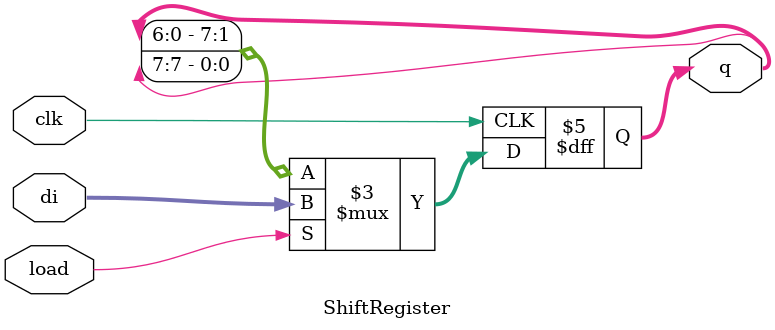
<source format=sv>
`timescale 1ns / 1ps


module ShiftRegister(
    input [7:0] di,
    input load,
    input clk,
    output logic [7:0] q
    );
                                  
   always @(posedge clk) begin
       if (load) q <= di;
       else q <= {q[6:0], q[7]};   
   end          
endmodule

</source>
